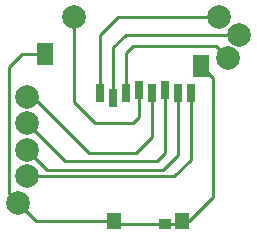
<source format=gbr>
%TF.GenerationSoftware,KiCad,Pcbnew,(5.1.6)-1*%
%TF.CreationDate,2020-11-03T09:27:13+01:00*%
%TF.ProjectId,SD-card adapter,53442d63-6172-4642-9061-646170746572,rev?*%
%TF.SameCoordinates,Original*%
%TF.FileFunction,Copper,L1,Top*%
%TF.FilePolarity,Positive*%
%FSLAX46Y46*%
G04 Gerber Fmt 4.6, Leading zero omitted, Abs format (unit mm)*
G04 Created by KiCad (PCBNEW (5.1.6)-1) date 2020-11-03 09:27:13*
%MOMM*%
%LPD*%
G01*
G04 APERTURE LIST*
%TA.AperFunction,SMDPad,CuDef*%
%ADD10R,0.800000X1.500000*%
%TD*%
%TA.AperFunction,SMDPad,CuDef*%
%ADD11R,1.400000X1.900000*%
%TD*%
%TA.AperFunction,SMDPad,CuDef*%
%ADD12R,1.300000X1.400000*%
%TD*%
%TA.AperFunction,SMDPad,CuDef*%
%ADD13R,1.000000X0.950000*%
%TD*%
%TA.AperFunction,ViaPad*%
%ADD14C,2.000000*%
%TD*%
%TA.AperFunction,Conductor*%
%ADD15C,0.250000*%
%TD*%
G04 APERTURE END LIST*
D10*
%TO.P,J2,1*%
%TO.N,Net-(J1-Pad1)*%
X125960000Y-46690000D03*
%TO.P,J2,2*%
%TO.N,Net-(J1-Pad2)*%
X127060000Y-47090000D03*
%TO.P,J2,3*%
%TO.N,Net-(J1-Pad3)*%
X128160000Y-46690000D03*
%TO.P,J2,4*%
%TO.N,Net-(J1-Pad4)*%
X129260000Y-46490000D03*
%TO.P,J2,6*%
%TO.N,Net-(J1-Pad6)*%
X131460000Y-46490000D03*
%TO.P,J2,5*%
%TO.N,Net-(J1-Pad5)*%
X130360000Y-46690000D03*
%TO.P,J2,7*%
%TO.N,Net-(J1-Pad7)*%
X132560000Y-46690000D03*
D11*
%TO.P,J2,9*%
%TO.N,Net-(J1-Pad9)*%
X134475000Y-44400000D03*
D12*
X132850000Y-57550000D03*
X127150000Y-57550000D03*
D13*
X131460000Y-57775000D03*
D11*
X121300000Y-43400000D03*
D10*
%TO.P,J2,8*%
%TO.N,Net-(J1-Pad8)*%
X133660000Y-46690000D03*
%TD*%
D14*
%TO.N,Net-(J1-Pad1)*%
X136000000Y-40250000D03*
%TO.N,Net-(J1-Pad2)*%
X137750000Y-41750000D03*
%TO.N,Net-(J1-Pad3)*%
X136750000Y-43750000D03*
%TO.N,Net-(J1-Pad4)*%
X123750000Y-40250000D03*
%TO.N,Net-(J1-Pad6)*%
X119750000Y-49250000D03*
%TO.N,Net-(J1-Pad5)*%
X119750000Y-47000000D03*
%TO.N,Net-(J1-Pad7)*%
X119750000Y-51500000D03*
%TO.N,Net-(J1-Pad9)*%
X119000000Y-56000000D03*
%TO.N,Net-(J1-Pad8)*%
X119750000Y-53750000D03*
%TD*%
D15*
%TO.N,Net-(J1-Pad1)*%
X125960000Y-46690000D02*
X125960000Y-41790000D01*
X125960000Y-41790000D02*
X127500000Y-40250000D01*
X127500000Y-40250000D02*
X136000000Y-40250000D01*
%TO.N,Net-(J1-Pad2)*%
X128120000Y-41750000D02*
X127060000Y-42810000D01*
X137750000Y-41750000D02*
X128120000Y-41750000D01*
X127060000Y-42810000D02*
X127060000Y-47090000D01*
%TO.N,Net-(J1-Pad3)*%
X128160000Y-46690000D02*
X128160000Y-43340000D01*
X128160000Y-43340000D02*
X128750000Y-42750000D01*
X128750000Y-42750000D02*
X135750000Y-42750000D01*
X135750000Y-42750000D02*
X136750000Y-43750000D01*
%TO.N,Net-(J1-Pad4)*%
X129260000Y-46490000D02*
X129260000Y-48740000D01*
X129260000Y-48740000D02*
X128750000Y-49250000D01*
X128750000Y-49250000D02*
X125500000Y-49250000D01*
X125500000Y-49250000D02*
X123750000Y-47500000D01*
X123750000Y-47500000D02*
X123750000Y-40250000D01*
%TO.N,Net-(J1-Pad6)*%
X131460000Y-46490000D02*
X131460000Y-51790000D01*
X131460000Y-51790000D02*
X130750000Y-52500000D01*
X130750000Y-52500000D02*
X123000000Y-52500000D01*
X123000000Y-52500000D02*
X119750000Y-49250000D01*
%TO.N,Net-(J1-Pad5)*%
X130360000Y-46690000D02*
X130360000Y-50390000D01*
X130360000Y-50390000D02*
X129000000Y-51750000D01*
X129000000Y-51750000D02*
X125000000Y-51750000D01*
X125000000Y-51750000D02*
X120250000Y-47000000D01*
X120250000Y-47000000D02*
X119750000Y-47000000D01*
%TO.N,Net-(J1-Pad7)*%
X132560000Y-46690000D02*
X132560000Y-51940000D01*
X132560000Y-51940000D02*
X131250000Y-53250000D01*
X131250000Y-53250000D02*
X121500000Y-53250000D01*
X121500000Y-53250000D02*
X119750000Y-51500000D01*
%TO.N,Net-(J1-Pad9)*%
X121300000Y-43400000D02*
X119350000Y-43400000D01*
X119350000Y-43400000D02*
X118250000Y-44500000D01*
X118250000Y-44500000D02*
X118250000Y-55250000D01*
X118250000Y-55250000D02*
X119000000Y-56000000D01*
X132625000Y-57775000D02*
X132850000Y-57550000D01*
X131460000Y-57775000D02*
X132625000Y-57775000D01*
X127375000Y-57775000D02*
X127150000Y-57550000D01*
X131460000Y-57775000D02*
X127375000Y-57775000D01*
X120550000Y-57550000D02*
X119000000Y-56000000D01*
X127150000Y-57550000D02*
X120550000Y-57550000D01*
X132850000Y-57550000D02*
X133450000Y-57550000D01*
X133450000Y-57550000D02*
X135500000Y-55500000D01*
X135500000Y-45425000D02*
X134475000Y-44400000D01*
X135500000Y-55500000D02*
X135500000Y-45425000D01*
%TO.N,Net-(J1-Pad8)*%
X133660000Y-46690000D02*
X133660000Y-52340000D01*
X133660000Y-52340000D02*
X132250000Y-53750000D01*
X132250000Y-53750000D02*
X119750000Y-53750000D01*
%TD*%
M02*

</source>
